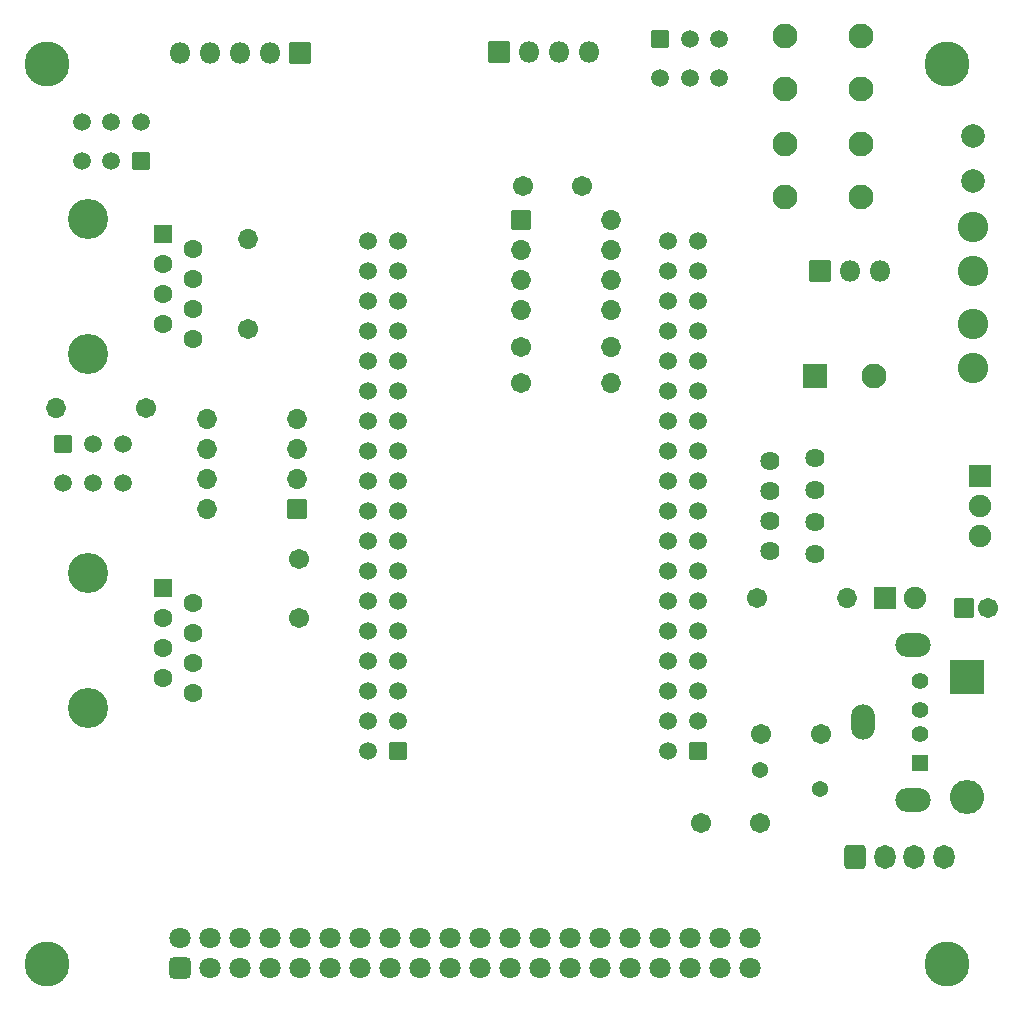
<source format=gbr>
%TF.GenerationSoftware,KiCad,Pcbnew,(6.0.7)*%
%TF.CreationDate,2022-08-24T10:00:22-04:00*%
%TF.ProjectId,PB_16,50425f31-362e-46b6-9963-61645f706362,v3*%
%TF.SameCoordinates,Original*%
%TF.FileFunction,Soldermask,Bot*%
%TF.FilePolarity,Negative*%
%FSLAX46Y46*%
G04 Gerber Fmt 4.6, Leading zero omitted, Abs format (unit mm)*
G04 Created by KiCad (PCBNEW (6.0.7)) date 2022-08-24 10:00:22*
%MOMM*%
%LPD*%
G01*
G04 APERTURE LIST*
G04 Aperture macros list*
%AMRoundRect*
0 Rectangle with rounded corners*
0 $1 Rounding radius*
0 $2 $3 $4 $5 $6 $7 $8 $9 X,Y pos of 4 corners*
0 Add a 4 corners polygon primitive as box body*
4,1,4,$2,$3,$4,$5,$6,$7,$8,$9,$2,$3,0*
0 Add four circle primitives for the rounded corners*
1,1,$1+$1,$2,$3*
1,1,$1+$1,$4,$5*
1,1,$1+$1,$6,$7*
1,1,$1+$1,$8,$9*
0 Add four rect primitives between the rounded corners*
20,1,$1+$1,$2,$3,$4,$5,0*
20,1,$1+$1,$4,$5,$6,$7,0*
20,1,$1+$1,$6,$7,$8,$9,0*
20,1,$1+$1,$8,$9,$2,$3,0*%
G04 Aperture macros list end*
%ADD10RoundRect,0.051000X-1.000000X-1.000000X1.000000X-1.000000X1.000000X1.000000X-1.000000X1.000000X0*%
%ADD11C,2.102000*%
%ADD12RoundRect,0.051000X-0.800000X-0.800000X0.800000X-0.800000X0.800000X0.800000X-0.800000X0.800000X0*%
%ADD13C,1.702000*%
%ADD14RoundRect,0.051000X-1.400000X1.400000X-1.400000X-1.400000X1.400000X-1.400000X1.400000X1.400000X0*%
%ADD15O,2.902000X2.902000*%
%ADD16RoundRect,0.051000X-0.900000X-0.900000X0.900000X-0.900000X0.900000X0.900000X-0.900000X0.900000X0*%
%ADD17C,1.902000*%
%ADD18RoundRect,0.051000X0.850000X-0.850000X0.850000X0.850000X-0.850000X0.850000X-0.850000X-0.850000X0*%
%ADD19O,1.802000X1.802000*%
%ADD20RoundRect,0.301000X-0.600000X-0.725000X0.600000X-0.725000X0.600000X0.725000X-0.600000X0.725000X0*%
%ADD21O,1.802000X2.052000*%
%ADD22RoundRect,0.051000X-0.850000X0.850000X-0.850000X-0.850000X0.850000X-0.850000X0.850000X0.850000X0*%
%ADD23RoundRect,0.301000X0.600000X-0.600000X0.600000X0.600000X-0.600000X0.600000X-0.600000X-0.600000X0*%
%ADD24C,1.802000*%
%ADD25RoundRect,0.051000X-0.700000X-0.700000X0.700000X-0.700000X0.700000X0.700000X-0.700000X0.700000X0*%
%ADD26C,1.502000*%
%ADD27RoundRect,0.051000X0.704000X0.704000X-0.704000X0.704000X-0.704000X-0.704000X0.704000X-0.704000X0*%
%ADD28C,1.510000*%
%ADD29RoundRect,0.051000X0.800000X0.800000X-0.800000X0.800000X-0.800000X-0.800000X0.800000X-0.800000X0*%
%ADD30O,1.702000X1.702000*%
%ADD31C,3.402000*%
%ADD32RoundRect,0.051000X-0.750000X0.750000X-0.750000X-0.750000X0.750000X-0.750000X0.750000X0.750000X0*%
%ADD33C,1.602000*%
%ADD34C,1.372000*%
%ADD35RoundRect,0.051000X0.650000X-0.650000X0.650000X0.650000X-0.650000X0.650000X-0.650000X-0.650000X0*%
%ADD36C,1.402000*%
%ADD37O,3.002000X2.002000*%
%ADD38O,2.002000X3.002000*%
%ADD39RoundRect,0.051000X0.700000X0.700000X-0.700000X0.700000X-0.700000X-0.700000X0.700000X-0.700000X0*%
%ADD40C,2.577000*%
%ADD41C,2.006000*%
%ADD42RoundRect,0.051000X0.900000X-0.900000X0.900000X0.900000X-0.900000X0.900000X-0.900000X-0.900000X0*%
%ADD43C,1.626000*%
%ADD44C,3.802000*%
G04 APERTURE END LIST*
D10*
%TO.C,C2*%
X232650000Y-67000000D03*
D11*
X237650000Y-67000000D03*
%TD*%
D12*
%TO.C,C3*%
X245300000Y-86625000D03*
D13*
X247300000Y-86625000D03*
%TD*%
D14*
%TO.C,D1*%
X245550000Y-92500000D03*
D15*
X245550000Y-102660000D03*
%TD*%
D16*
%TO.C,D2*%
X238600000Y-85850000D03*
D17*
X241140000Y-85850000D03*
%TD*%
D18*
%TO.C,J2*%
X205900000Y-39600000D03*
D19*
X208440000Y-39600000D03*
X210980000Y-39600000D03*
X213520000Y-39600000D03*
%TD*%
D20*
%TO.C,J3*%
X236100000Y-107775000D03*
D21*
X238600000Y-107775000D03*
X241100000Y-107775000D03*
X243600000Y-107775000D03*
%TD*%
D22*
%TO.C,J4*%
X189100000Y-39700000D03*
D19*
X186560000Y-39700000D03*
X184020000Y-39700000D03*
X181480000Y-39700000D03*
X178940000Y-39700000D03*
%TD*%
D18*
%TO.C,J6*%
X233125000Y-58150000D03*
D19*
X235665000Y-58150000D03*
X238205000Y-58150000D03*
%TD*%
D23*
%TO.C,J7*%
X178884600Y-117132100D03*
D24*
X178884600Y-114592100D03*
X181424600Y-117132100D03*
X181424600Y-114592100D03*
X183964600Y-117132100D03*
X183964600Y-114592100D03*
X186504600Y-117132100D03*
X186504600Y-114592100D03*
X189044600Y-117132100D03*
X189044600Y-114592100D03*
X191584600Y-117132100D03*
X191584600Y-114592100D03*
X194124600Y-117132100D03*
X194124600Y-114592100D03*
X196664600Y-117132100D03*
X196664600Y-114592100D03*
X199204600Y-117132100D03*
X199204600Y-114592100D03*
X201744600Y-117132100D03*
X201744600Y-114592100D03*
X204284600Y-117132100D03*
X204284600Y-114592100D03*
X206824600Y-117132100D03*
X206824600Y-114592100D03*
X209364600Y-117132100D03*
X209364600Y-114592100D03*
X211904600Y-117132100D03*
X211904600Y-114592100D03*
X214444600Y-117132100D03*
X214444600Y-114592100D03*
X216984600Y-117132100D03*
X216984600Y-114592100D03*
X219524600Y-117132100D03*
X219524600Y-114592100D03*
X222064600Y-117132100D03*
X222064600Y-114592100D03*
X224604600Y-117132100D03*
X224604600Y-114592100D03*
X227144600Y-117132100D03*
X227144600Y-114592100D03*
%TD*%
D25*
%TO.C,SW1*%
X219560000Y-38500000D03*
D26*
X222060000Y-38500000D03*
X224560000Y-38500000D03*
X219560000Y-41800000D03*
X222060000Y-41800000D03*
X224560000Y-41800000D03*
%TD*%
D27*
%TO.C,U2*%
X222784700Y-98802700D03*
D28*
X220244700Y-98802700D03*
X222784700Y-96262700D03*
X220244700Y-96262700D03*
X222784700Y-93722700D03*
X220244700Y-93722700D03*
X222784700Y-91182700D03*
X220244700Y-91182700D03*
X222784700Y-88642700D03*
X220244700Y-88642700D03*
X222784700Y-86102700D03*
X220244700Y-86102700D03*
X222784700Y-83562700D03*
X220244700Y-83562700D03*
X222784700Y-81022700D03*
X220244700Y-81022700D03*
X222784700Y-78482700D03*
X220244700Y-78482700D03*
X222784700Y-75942700D03*
X220244700Y-75942700D03*
X222784700Y-73402700D03*
X220244700Y-73402700D03*
X222784700Y-70862700D03*
X220244700Y-70862700D03*
X222784700Y-68322700D03*
X220244700Y-68322700D03*
X222784700Y-65782700D03*
X220244700Y-65782700D03*
X222784700Y-63242700D03*
X220244700Y-63242700D03*
X222784700Y-60702700D03*
X220244700Y-60702700D03*
X222784700Y-58162700D03*
X220244700Y-58162700D03*
X222784700Y-55622700D03*
X220244700Y-55622700D03*
D27*
X197384700Y-98802700D03*
D28*
X194844700Y-98802700D03*
X197384700Y-96262700D03*
X194844700Y-96262700D03*
X197384700Y-93722700D03*
X194844700Y-93722700D03*
X197384700Y-91182700D03*
X194844700Y-91182700D03*
X197384700Y-88642700D03*
X194844700Y-88642700D03*
X197384700Y-86102700D03*
X194844700Y-86102700D03*
X197384700Y-83562700D03*
X194844700Y-83562700D03*
X197384700Y-81022700D03*
X194844700Y-81022700D03*
X197384700Y-78482700D03*
X194844700Y-78482700D03*
X197384700Y-75942700D03*
X194844700Y-75942700D03*
X197384700Y-73402700D03*
X194844700Y-73402700D03*
X197384700Y-70862700D03*
X194844700Y-70862700D03*
X197384700Y-68322700D03*
X194844700Y-68322700D03*
X197384700Y-65782700D03*
X194844700Y-65782700D03*
X197384700Y-63242700D03*
X194844700Y-63242700D03*
X197384700Y-60702700D03*
X194844700Y-60702700D03*
X197384700Y-58162700D03*
X194844700Y-58162700D03*
X197384700Y-55622700D03*
X194844700Y-55622700D03*
%TD*%
D25*
%TO.C,SW2*%
X169050000Y-72750000D03*
D26*
X171550000Y-72750000D03*
X174050000Y-72750000D03*
X169050000Y-76050000D03*
X171550000Y-76050000D03*
X174050000Y-76050000D03*
%TD*%
D29*
%TO.C,U3*%
X188850000Y-78300000D03*
D30*
X188850000Y-75760000D03*
X188850000Y-73220000D03*
X188850000Y-70680000D03*
X181230000Y-70680000D03*
X181230000Y-73220000D03*
X181230000Y-75760000D03*
X181230000Y-78300000D03*
%TD*%
D13*
%TO.C,R2*%
X184650000Y-63000000D03*
D30*
X184650000Y-55380000D03*
%TD*%
D31*
%TO.C,J10*%
X171150000Y-95160000D03*
X171150000Y-83730000D03*
D32*
X177500000Y-85000000D03*
D33*
X180040000Y-86270000D03*
X177500000Y-87540000D03*
X180040000Y-88810000D03*
X177500000Y-90080000D03*
X180040000Y-91350000D03*
X177500000Y-92620000D03*
X180040000Y-93890000D03*
%TD*%
D13*
%TO.C,R3*%
X176000000Y-69750000D03*
D30*
X168380000Y-69750000D03*
%TD*%
D13*
%TO.C,C5*%
X189000000Y-82500000D03*
X189000000Y-87500000D03*
%TD*%
D34*
%TO.C,F1*%
X233125000Y-101950000D03*
X228025000Y-100350000D03*
%TD*%
D13*
%TO.C,C1*%
X233150000Y-97300000D03*
X228150000Y-97300000D03*
%TD*%
%TO.C,C4*%
X228050000Y-104900000D03*
X223050000Y-104900000D03*
%TD*%
D35*
%TO.C,J1*%
X241550000Y-99825000D03*
D36*
X241550000Y-97325000D03*
X241550000Y-95325000D03*
X241550000Y-92825000D03*
D37*
X240950000Y-102895000D03*
D38*
X236770000Y-96325000D03*
D37*
X240950000Y-89755000D03*
%TD*%
D31*
%TO.C,J9*%
X171150000Y-53730000D03*
X171150000Y-65160000D03*
D32*
X177500000Y-55000000D03*
D33*
X180040000Y-56270000D03*
X177500000Y-57540000D03*
X180040000Y-58810000D03*
X177500000Y-60080000D03*
X180040000Y-61350000D03*
X177500000Y-62620000D03*
X180040000Y-63890000D03*
%TD*%
D39*
%TO.C,SW3*%
X175600000Y-48850000D03*
D26*
X173100000Y-48850000D03*
X170600000Y-48850000D03*
X175600000Y-45550000D03*
X173100000Y-45550000D03*
X170600000Y-45550000D03*
%TD*%
D13*
%TO.C,R4*%
X207800000Y-64600000D03*
D30*
X215420000Y-64600000D03*
%TD*%
D13*
%TO.C,R5*%
X207800000Y-67650000D03*
D30*
X215420000Y-67650000D03*
%TD*%
D13*
%TO.C,C6*%
X207950000Y-50900000D03*
X212950000Y-50900000D03*
%TD*%
D12*
%TO.C,U4*%
X207800000Y-53800000D03*
D30*
X207800000Y-56340000D03*
X207800000Y-58880000D03*
X207800000Y-61420000D03*
X215420000Y-61420000D03*
X215420000Y-58880000D03*
X215420000Y-56340000D03*
X215420000Y-53800000D03*
%TD*%
D11*
%TO.C,SW5*%
X236600000Y-47350000D03*
X230100000Y-47350000D03*
X236600000Y-51850000D03*
X230100000Y-51850000D03*
%TD*%
D40*
%TO.C,F2*%
X246050000Y-54400000D03*
X246050000Y-58100000D03*
X246050000Y-62600000D03*
X246050000Y-66300000D03*
%TD*%
D13*
%TO.C,R1*%
X227790000Y-85850000D03*
D30*
X235410000Y-85850000D03*
%TD*%
D11*
%TO.C,SW4*%
X236600000Y-38250000D03*
X230100000Y-38250000D03*
X236600000Y-42750000D03*
X230100000Y-42750000D03*
%TD*%
D41*
%TO.C,J5*%
X246049459Y-50495760D03*
X246049459Y-46685760D03*
%TD*%
D42*
%TO.C,U1*%
X246624500Y-75485000D03*
D17*
X246624500Y-78025000D03*
X246624500Y-80565000D03*
D43*
X228844500Y-81835000D03*
X228844500Y-79295000D03*
X228844500Y-76755000D03*
X228844500Y-74215000D03*
X232654500Y-82066940D03*
X232654500Y-79372000D03*
X232654500Y-76678000D03*
X232654500Y-73983060D03*
%TD*%
D44*
%TO.C,H1*%
X243840000Y-40640000D03*
%TD*%
%TO.C,H2*%
X167640000Y-40640000D03*
%TD*%
%TO.C,H3*%
X243840000Y-116840000D03*
%TD*%
%TO.C,H4*%
X167640000Y-116840000D03*
%TD*%
M02*

</source>
